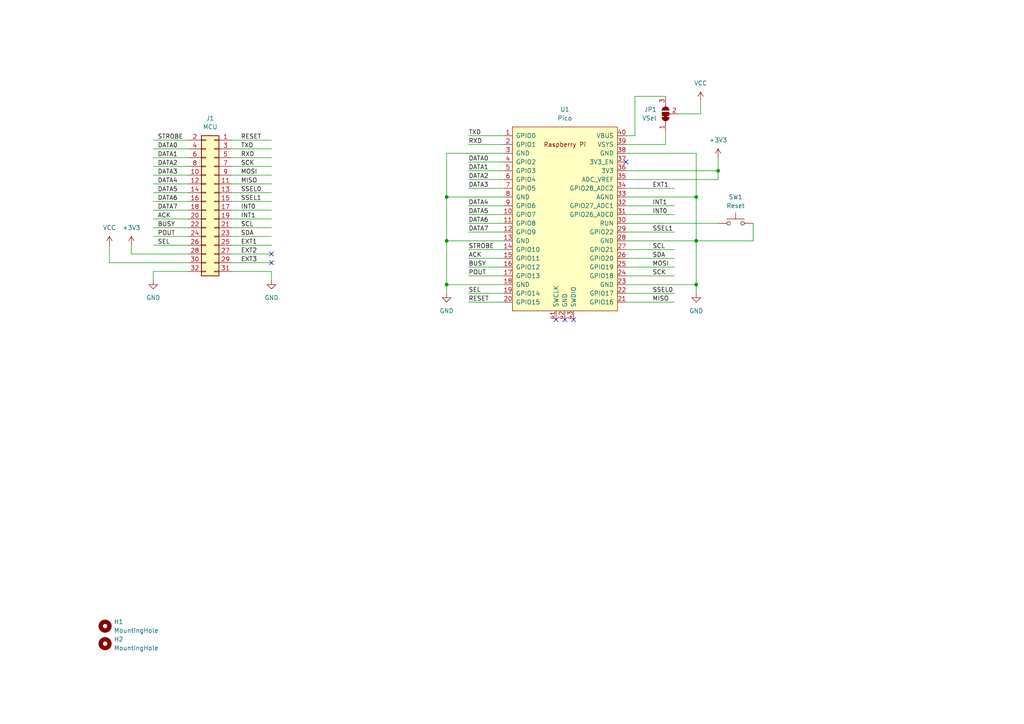
<source format=kicad_sch>
(kicad_sch (version 20211123) (generator eeschema)
  (paper "A4")
  (title_block (title "AmiParBox CPU Board Pi Pico") (date "2022-03-01") (rev "0.2"))
  (lib_symbols
    (symbol "Connector_Generic:Conn_02x16_Odd_Even" (pin_names (offset 1.016) hide)
      (property "Reference" "J" (at 1.27 20.32 0))
      (property "Value" "Conn_02x16_Odd_Even" (at 1.27 -22.86 0))
      (symbol "Conn_02x16_Odd_Even_1_1"
        (rectangle (start -1.27 -20.193) (end 0 -20.447) (stroke (width 0.1524)))
        (rectangle (start -1.27 -17.653) (end 0 -17.907) (stroke (width 0.1524)))
        (rectangle (start -1.27 -15.113) (end 0 -15.367) (stroke (width 0.1524)))
        (rectangle (start -1.27 -12.573) (end 0 -12.827) (stroke (width 0.1524)))
        (rectangle (start -1.27 -10.033) (end 0 -10.287) (stroke (width 0.1524)))
        (rectangle (start -1.27 -7.493) (end 0 -7.747) (stroke (width 0.1524)))
        (rectangle (start -1.27 -4.953) (end 0 -5.207) (stroke (width 0.1524)))
        (rectangle (start -1.27 -2.413) (end 0 -2.667) (stroke (width 0.1524)))
        (rectangle (start -1.27 0.127) (end 0 -0.127) (stroke (width 0.1524)))
        (rectangle (start -1.27 2.667) (end 0 2.413) (stroke (width 0.1524)))
        (rectangle (start -1.27 5.207) (end 0 4.953) (stroke (width 0.1524)))
        (rectangle (start -1.27 7.747) (end 0 7.493) (stroke (width 0.1524)))
        (rectangle (start -1.27 10.287) (end 0 10.033) (stroke (width 0.1524)))
        (rectangle (start -1.27 12.827) (end 0 12.573) (stroke (width 0.1524)))
        (rectangle (start -1.27 15.367) (end 0 15.113) (stroke (width 0.1524)))
        (rectangle (start -1.27 17.907) (end 0 17.653) (stroke (width 0.1524)))
        (rectangle (start -1.27 19.05) (end 3.81 -21.59) (stroke (width 0.254)) (fill (type background)))
        (rectangle (start 3.81 -20.193) (end 2.54 -20.447) (stroke (width 0.1524)))
        (rectangle (start 3.81 -17.653) (end 2.54 -17.907) (stroke (width 0.1524)))
        (rectangle (start 3.81 -15.113) (end 2.54 -15.367) (stroke (width 0.1524)))
        (rectangle (start 3.81 -12.573) (end 2.54 -12.827) (stroke (width 0.1524)))
        (rectangle (start 3.81 -10.033) (end 2.54 -10.287) (stroke (width 0.1524)))
        (rectangle (start 3.81 -7.493) (end 2.54 -7.747) (stroke (width 0.1524)))
        (rectangle (start 3.81 -4.953) (end 2.54 -5.207) (stroke (width 0.1524)))
        (rectangle (start 3.81 -2.413) (end 2.54 -2.667) (stroke (width 0.1524)))
        (rectangle (start 3.81 0.127) (end 2.54 -0.127) (stroke (width 0.1524)))
        (rectangle (start 3.81 2.667) (end 2.54 2.413) (stroke (width 0.1524)))
        (rectangle (start 3.81 5.207) (end 2.54 4.953) (stroke (width 0.1524)))
        (rectangle (start 3.81 7.747) (end 2.54 7.493) (stroke (width 0.1524)))
        (rectangle (start 3.81 10.287) (end 2.54 10.033) (stroke (width 0.1524)))
        (rectangle (start 3.81 12.827) (end 2.54 12.573) (stroke (width 0.1524)))
        (rectangle (start 3.81 15.367) (end 2.54 15.113) (stroke (width 0.1524)))
        (rectangle (start 3.81 17.907) (end 2.54 17.653) (stroke (width 0.1524)))
        (pin passive line (at -5.08 17.78 0) (length 3.81) (name "Pin_1") (number "1"))
        (pin passive line (at 7.62 7.62 180) (length 3.81) (name "Pin_10") (number "10"))
        (pin passive line (at -5.08 5.08 0) (length 3.81) (name "Pin_11") (number "11"))
        (pin passive line (at 7.62 5.08 180) (length 3.81) (name "Pin_12") (number "12"))
        (pin passive line (at -5.08 2.54 0) (length 3.81) (name "Pin_13") (number "13"))
        (pin passive line (at 7.62 2.54 180) (length 3.81) (name "Pin_14") (number "14"))
        (pin passive line (at -5.08 0 0) (length 3.81) (name "Pin_15") (number "15"))
        (pin passive line (at 7.62 0 180) (length 3.81) (name "Pin_16") (number "16"))
        (pin passive line (at -5.08 -2.54 0) (length 3.81) (name "Pin_17") (number "17"))
        (pin passive line (at 7.62 -2.54 180) (length 3.81) (name "Pin_18") (number "18"))
        (pin passive line (at -5.08 -5.08 0) (length 3.81) (name "Pin_19") (number "19"))
        (pin passive line (at 7.62 17.78 180) (length 3.81) (name "Pin_2") (number "2"))
        (pin passive line (at 7.62 -5.08 180) (length 3.81) (name "Pin_20") (number "20"))
        (pin passive line (at -5.08 -7.62 0) (length 3.81) (name "Pin_21") (number "21"))
        (pin passive line (at 7.62 -7.62 180) (length 3.81) (name "Pin_22") (number "22"))
        (pin passive line (at -5.08 -10.16 0) (length 3.81) (name "Pin_23") (number "23"))
        (pin passive line (at 7.62 -10.16 180) (length 3.81) (name "Pin_24") (number "24"))
        (pin passive line (at -5.08 -12.7 0) (length 3.81) (name "Pin_25") (number "25"))
        (pin passive line (at 7.62 -12.7 180) (length 3.81) (name "Pin_26") (number "26"))
        (pin passive line (at -5.08 -15.24 0) (length 3.81) (name "Pin_27") (number "27"))
        (pin passive line (at 7.62 -15.24 180) (length 3.81) (name "Pin_28") (number "28"))
        (pin passive line (at -5.08 -17.78 0) (length 3.81) (name "Pin_29") (number "29"))
        (pin passive line (at -5.08 15.24 0) (length 3.81) (name "Pin_3") (number "3"))
        (pin passive line (at 7.62 -17.78 180) (length 3.81) (name "Pin_30") (number "30"))
        (pin passive line (at -5.08 -20.32 0) (length 3.81) (name "Pin_31") (number "31"))
        (pin passive line (at 7.62 -20.32 180) (length 3.81) (name "Pin_32") (number "32"))
        (pin passive line (at 7.62 15.24 180) (length 3.81) (name "Pin_4") (number "4"))
        (pin passive line (at -5.08 12.7 0) (length 3.81) (name "Pin_5") (number "5"))
        (pin passive line (at 7.62 12.7 180) (length 3.81) (name "Pin_6") (number "6"))
        (pin passive line (at -5.08 10.16 0) (length 3.81) (name "Pin_7") (number "7"))
        (pin passive line (at 7.62 10.16 180) (length 3.81) (name "Pin_8") (number "8"))
        (pin passive line (at -5.08 7.62 0) (length 3.81) (name "Pin_9") (number "9"))
      )
    )
    (symbol "Jumper:SolderJumper_3_Bridged12" (pin_names (offset 0) hide)
      (property "Reference" "JP" (at -2.54 -2.54 0))
      (property "Value" "SolderJumper_3_Bridged12" (at 0 2.794 0))
      (symbol "SolderJumper_3_Bridged12_0_1"
        (rectangle (start -1.016 0.508) (end -0.508 -0.508) (fill (type outline)))
        (arc (start -1.016 1.016) (mid -2.032 0) (end -1.016 -1.016))
        (arc (start -1.016 1.016) (mid -2.032 0) (end -1.016 -1.016) (fill (type outline)))
        (rectangle (start -0.508 1.016) (end 0.508 -1.016) (fill (type outline)))
        (polyline (pts (xy -2.54 0) (xy -2.032 0)))
        (polyline (pts (xy -1.016 1.016) (xy -1.016 -1.016)))
        (polyline (pts (xy 0 -1.27) (xy 0 -1.016)))
        (polyline (pts (xy 1.016 1.016) (xy 1.016 -1.016)))
        (polyline (pts (xy 2.54 0) (xy 2.032 0)))
        (arc (start 1.016 -1.016) (mid 2.032 0) (end 1.016 1.016))
        (arc (start 1.016 -1.016) (mid 2.032 0) (end 1.016 1.016) (fill (type outline)))
      )
      (symbol "SolderJumper_3_Bridged12_1_1"
        (pin passive line (at -5.08 0 0) (length 2.54) (name "A") (number "1"))
        (pin input line (at 0 -3.81 90) (length 2.54) (name "C") (number "2"))
        (pin passive line (at 5.08 0 180) (length 2.54) (name "B") (number "3"))
      )
    )
    (symbol "MCU_RaspberryPi_and_Boards:Pico" (pin_names (offset 1.016))
      (property "Reference" "U" (at -13.97 27.94 0))
      (property "Value" "Pico" (at 0 19.05 0))
      (symbol "Pico_0_0"
        (text "Raspberry Pi" (at 0 21.59 0) (effects (font (size 1.27 1.27))))
      )
      (symbol "Pico_0_1"
        (rectangle (start -15.24 26.67) (end 15.24 -26.67) (fill (type background)))
      )
      (symbol "Pico_1_1"
        (pin bidirectional line (at -17.78 24.13 0) (length 2.54) (name "GPIO0") (number "1"))
        (pin bidirectional line (at -17.78 1.27 0) (length 2.54) (name "GPIO7") (number "10"))
        (pin bidirectional line (at -17.78 -1.27 0) (length 2.54) (name "GPIO8") (number "11"))
        (pin bidirectional line (at -17.78 -3.81 0) (length 2.54) (name "GPIO9") (number "12"))
        (pin power_in line (at -17.78 -6.35 0) (length 2.54) (name "GND") (number "13"))
        (pin bidirectional line (at -17.78 -8.89 0) (length 2.54) (name "GPIO10") (number "14"))
        (pin bidirectional line (at -17.78 -11.43 0) (length 2.54) (name "GPIO11") (number "15"))
        (pin bidirectional line (at -17.78 -13.97 0) (length 2.54) (name "GPIO12") (number "16"))
        (pin bidirectional line (at -17.78 -16.51 0) (length 2.54) (name "GPIO13") (number "17"))
        (pin power_in line (at -17.78 -19.05 0) (length 2.54) (name "GND") (number "18"))
        (pin bidirectional line (at -17.78 -21.59 0) (length 2.54) (name "GPIO14") (number "19"))
        (pin bidirectional line (at -17.78 21.59 0) (length 2.54) (name "GPIO1") (number "2"))
        (pin bidirectional line (at -17.78 -24.13 0) (length 2.54) (name "GPIO15") (number "20"))
        (pin bidirectional line (at 17.78 -24.13 180) (length 2.54) (name "GPIO16") (number "21"))
        (pin bidirectional line (at 17.78 -21.59 180) (length 2.54) (name "GPIO17") (number "22"))
        (pin power_in line (at 17.78 -19.05 180) (length 2.54) (name "GND") (number "23"))
        (pin bidirectional line (at 17.78 -16.51 180) (length 2.54) (name "GPIO18") (number "24"))
        (pin bidirectional line (at 17.78 -13.97 180) (length 2.54) (name "GPIO19") (number "25"))
        (pin bidirectional line (at 17.78 -11.43 180) (length 2.54) (name "GPIO20") (number "26"))
        (pin bidirectional line (at 17.78 -8.89 180) (length 2.54) (name "GPIO21") (number "27"))
        (pin power_in line (at 17.78 -6.35 180) (length 2.54) (name "GND") (number "28"))
        (pin bidirectional line (at 17.78 -3.81 180) (length 2.54) (name "GPIO22") (number "29"))
        (pin power_in line (at -17.78 19.05 0) (length 2.54) (name "GND") (number "3"))
        (pin input line (at 17.78 -1.27 180) (length 2.54) (name "RUN") (number "30"))
        (pin bidirectional line (at 17.78 1.27 180) (length 2.54) (name "GPIO26_ADC0") (number "31"))
        (pin bidirectional line (at 17.78 3.81 180) (length 2.54) (name "GPIO27_ADC1") (number "32"))
        (pin power_in line (at 17.78 6.35 180) (length 2.54) (name "AGND") (number "33"))
        (pin bidirectional line (at 17.78 8.89 180) (length 2.54) (name "GPIO28_ADC2") (number "34"))
        (pin unspecified line (at 17.78 11.43 180) (length 2.54) (name "ADC_VREF") (number "35"))
        (pin unspecified line (at 17.78 13.97 180) (length 2.54) (name "3V3") (number "36"))
        (pin input line (at 17.78 16.51 180) (length 2.54) (name "3V3_EN") (number "37"))
        (pin bidirectional line (at 17.78 19.05 180) (length 2.54) (name "GND") (number "38"))
        (pin unspecified line (at 17.78 21.59 180) (length 2.54) (name "VSYS") (number "39"))
        (pin bidirectional line (at -17.78 16.51 0) (length 2.54) (name "GPIO2") (number "4"))
        (pin unspecified line (at 17.78 24.13 180) (length 2.54) (name "VBUS") (number "40"))
        (pin input line (at -2.54 -29.21 90) (length 2.54) (name "SWCLK") (number "41"))
        (pin power_in line (at 0 -29.21 90) (length 2.54) (name "GND") (number "42"))
        (pin bidirectional line (at 2.54 -29.21 90) (length 2.54) (name "SWDIO") (number "43"))
        (pin bidirectional line (at -17.78 13.97 0) (length 2.54) (name "GPIO3") (number "5"))
        (pin bidirectional line (at -17.78 11.43 0) (length 2.54) (name "GPIO4") (number "6"))
        (pin bidirectional line (at -17.78 8.89 0) (length 2.54) (name "GPIO5") (number "7"))
        (pin power_in line (at -17.78 6.35 0) (length 2.54) (name "GND") (number "8"))
        (pin bidirectional line (at -17.78 3.81 0) (length 2.54) (name "GPIO6") (number "9"))
      )
    )
    (symbol "Mechanical:MountingHole" (pin_names (offset 1.016))
      (property "Reference" "H" (at 0 5.08 0))
      (property "Value" "MountingHole" (at 0 3.175 0))
      (symbol "MountingHole_0_1"
        (circle (center 0 0) (radius 1.27) (stroke (width 1.27)))
      )
    )
    (symbol "Switch:SW_Push" (pin_numbers hide) (pin_names (offset 1.016) hide)
      (property "Reference" "SW" (at 1.27 2.54 0))
      (property "Value" "SW_Push" (at 0 -1.524 0))
      (symbol "SW_Push_0_1"
        (circle (center -2.032 0) (radius 0.508))
        (polyline (pts (xy 0 1.27) (xy 0 3.048)))
        (polyline (pts (xy 2.54 1.27) (xy -2.54 1.27)))
        (circle (center 2.032 0) (radius 0.508))
        (pin passive line (at -5.08 0 0) (length 2.54) (name "1") (number "1"))
        (pin passive line (at 5.08 0 180) (length 2.54) (name "2") (number "2"))
      )
    )
    (symbol "power:+3.3V" (power) (pin_names (offset 0))
      (property "Value" "+3.3V" (at 0 3.556 0))
      (symbol "+3.3V_0_1"
        (polyline (pts (xy -0.762 1.27) (xy 0 2.54)))
        (polyline (pts (xy 0 0) (xy 0 2.54)))
        (polyline (pts (xy 0 2.54) (xy 0.762 1.27)))
      )
      (symbol "+3.3V_1_1"
        (pin power_in line (at 0 0 90) (length 0) hide (name "+3V3") (number "1"))
      )
    )
    (symbol "power:GND" (power) (pin_names (offset 0))
      (property "Value" "GND" (at 0 -3.81 0))
      (symbol "GND_0_1"
        (polyline (pts (xy 0 0) (xy 0 -1.27) (xy 1.27 -1.27) (xy 0 -2.54) (xy -1.27 -1.27) (xy 0 -1.27)))
      )
      (symbol "GND_1_1"
        (pin power_in line (at 0 0 270) (length 0) hide (name "GND") (number "1"))
      )
    )
    (symbol "power:VCC" (power) (pin_names (offset 0))
      (property "Value" "VCC" (at 0 3.81 0))
      (symbol "VCC_0_1"
        (polyline (pts (xy -0.762 1.27) (xy 0 2.54)))
        (polyline (pts (xy 0 0) (xy 0 2.54)))
        (polyline (pts (xy 0 2.54) (xy 0.762 1.27)))
      )
      (symbol "VCC_1_1"
        (pin power_in line (at 0 0 90) (length 0) hide (name "VCC") (number "1"))
      )
    )
  )
  (junction (at 201.93 69.85))
  (junction (at 208.28 49.53))
  (junction (at 129.54 82.55))
  (junction (at 201.93 57.15))
  (junction (at 201.93 82.55))
  (junction (at 129.54 57.15))
  (junction (at 129.54 69.85))
  (no_connect (at 78.74 73.66))
  (no_connect (at 78.74 76.2))
  (no_connect (at 181.61 46.99))
  (no_connect (at 161.29 92.71))
  (no_connect (at 163.83 92.71))
  (no_connect (at 166.37 92.71))
  (wire (pts (xy 135.89 49.53) (xy 146.05 49.53)))
  (wire (pts (xy 181.61 87.63) (xy 195.58 87.63)))
  (wire (pts (xy 44.45 50.8) (xy 54.61 50.8)))
  (wire (pts (xy 135.89 67.31) (xy 146.05 67.31)))
  (wire (pts (xy 201.93 44.45) (xy 201.93 57.15)))
  (wire (pts (xy 135.89 39.37) (xy 146.05 39.37)))
  (wire (pts (xy 218.44 69.85) (xy 201.93 69.85)))
  (wire (pts (xy 44.45 45.72) (xy 54.61 45.72)))
  (wire (pts (xy 67.31 40.64) (xy 78.74 40.64)))
  (wire (pts (xy 135.89 59.69) (xy 146.05 59.69)))
  (wire (pts (xy 181.61 39.37) (xy 184.15 39.37)))
  (wire (pts (xy 181.61 77.47) (xy 195.58 77.47)))
  (wire (pts (xy 135.89 77.47) (xy 146.05 77.47)))
  (wire (pts (xy 135.89 54.61) (xy 146.05 54.61)))
  (wire (pts (xy 193.04 41.91) (xy 193.04 38.1)))
  (wire (pts (xy 67.31 58.42) (xy 78.74 58.42)))
  (wire (pts (xy 67.31 50.8) (xy 78.74 50.8)))
  (wire (pts (xy 208.28 45.72) (xy 208.28 49.53)))
  (wire (pts (xy 44.45 71.12) (xy 54.61 71.12)))
  (wire (pts (xy 67.31 43.18) (xy 78.74 43.18)))
  (wire (pts (xy 31.75 76.2) (xy 54.61 76.2)))
  (wire (pts (xy 67.31 48.26) (xy 78.74 48.26)))
  (wire (pts (xy 181.61 49.53) (xy 208.28 49.53)))
  (wire (pts (xy 44.45 58.42) (xy 54.61 58.42)))
  (wire (pts (xy 129.54 57.15) (xy 129.54 69.85)))
  (wire (pts (xy 135.89 80.01) (xy 146.05 80.01)))
  (wire (pts (xy 129.54 69.85) (xy 146.05 69.85)))
  (wire (pts (xy 67.31 68.58) (xy 78.74 68.58)))
  (wire (pts (xy 44.45 66.04) (xy 54.61 66.04)))
  (wire (pts (xy 67.31 71.12) (xy 78.74 71.12)))
  (wire (pts (xy 196.85 33.02) (xy 203.2 33.02)))
  (wire (pts (xy 67.31 76.2) (xy 78.74 76.2)))
  (wire (pts (xy 129.54 57.15) (xy 146.05 57.15)))
  (wire (pts (xy 44.45 40.64) (xy 54.61 40.64)))
  (wire (pts (xy 184.15 39.37) (xy 184.15 27.94)))
  (wire (pts (xy 135.89 62.23) (xy 146.05 62.23)))
  (wire (pts (xy 129.54 82.55) (xy 129.54 85.09)))
  (wire (pts (xy 181.61 44.45) (xy 201.93 44.45)))
  (wire (pts (xy 129.54 44.45) (xy 146.05 44.45)))
  (wire (pts (xy 129.54 44.45) (xy 129.54 57.15)))
  (wire (pts (xy 181.61 67.31) (xy 195.58 67.31)))
  (wire (pts (xy 44.45 68.58) (xy 54.61 68.58)))
  (wire (pts (xy 181.61 69.85) (xy 201.93 69.85)))
  (wire (pts (xy 67.31 55.88) (xy 78.74 55.88)))
  (wire (pts (xy 203.2 29.21) (xy 203.2 33.02)))
  (wire (pts (xy 181.61 54.61) (xy 195.58 54.61)))
  (wire (pts (xy 181.61 52.07) (xy 208.28 52.07)))
  (wire (pts (xy 135.89 87.63) (xy 146.05 87.63)))
  (wire (pts (xy 67.31 78.74) (xy 78.74 78.74)))
  (wire (pts (xy 78.74 78.74) (xy 78.74 81.28)))
  (wire (pts (xy 181.61 57.15) (xy 201.93 57.15)))
  (wire (pts (xy 44.45 48.26) (xy 54.61 48.26)))
  (wire (pts (xy 67.31 73.66) (xy 78.74 73.66)))
  (wire (pts (xy 44.45 60.96) (xy 54.61 60.96)))
  (wire (pts (xy 44.45 55.88) (xy 54.61 55.88)))
  (wire (pts (xy 135.89 85.09) (xy 146.05 85.09)))
  (wire (pts (xy 181.61 82.55) (xy 201.93 82.55)))
  (wire (pts (xy 67.31 63.5) (xy 78.74 63.5)))
  (wire (pts (xy 44.45 43.18) (xy 54.61 43.18)))
  (wire (pts (xy 67.31 66.04) (xy 78.74 66.04)))
  (wire (pts (xy 218.44 64.77) (xy 218.44 69.85)))
  (wire (pts (xy 201.93 57.15) (xy 201.93 69.85)))
  (wire (pts (xy 135.89 74.93) (xy 146.05 74.93)))
  (wire (pts (xy 44.45 78.74) (xy 44.45 81.28)))
  (wire (pts (xy 67.31 53.34) (xy 78.74 53.34)))
  (wire (pts (xy 44.45 53.34) (xy 54.61 53.34)))
  (wire (pts (xy 38.1 73.66) (xy 54.61 73.66)))
  (wire (pts (xy 181.61 62.23) (xy 195.58 62.23)))
  (wire (pts (xy 135.89 46.99) (xy 146.05 46.99)))
  (wire (pts (xy 184.15 27.94) (xy 193.04 27.94)))
  (wire (pts (xy 135.89 64.77) (xy 146.05 64.77)))
  (wire (pts (xy 135.89 72.39) (xy 146.05 72.39)))
  (wire (pts (xy 201.93 69.85) (xy 201.93 82.55)))
  (wire (pts (xy 129.54 69.85) (xy 129.54 82.55)))
  (wire (pts (xy 208.28 52.07) (xy 208.28 49.53)))
  (wire (pts (xy 129.54 82.55) (xy 146.05 82.55)))
  (wire (pts (xy 201.93 82.55) (xy 201.93 85.09)))
  (wire (pts (xy 67.31 60.96) (xy 78.74 60.96)))
  (wire (pts (xy 181.61 41.91) (xy 193.04 41.91)))
  (wire (pts (xy 181.61 59.69) (xy 195.58 59.69)))
  (wire (pts (xy 181.61 64.77) (xy 208.28 64.77)))
  (wire (pts (xy 44.45 63.5) (xy 54.61 63.5)))
  (wire (pts (xy 181.61 85.09) (xy 195.58 85.09)))
  (wire (pts (xy 67.31 45.72) (xy 78.74 45.72)))
  (wire (pts (xy 181.61 72.39) (xy 195.58 72.39)))
  (wire (pts (xy 135.89 52.07) (xy 146.05 52.07)))
  (wire (pts (xy 135.89 41.91) (xy 146.05 41.91)))
  (wire (pts (xy 44.45 78.74) (xy 54.61 78.74)))
  (wire (pts (xy 181.61 74.93) (xy 195.58 74.93)))
  (wire (pts (xy 38.1 71.12) (xy 38.1 73.66)))
  (wire (pts (xy 31.75 71.12) (xy 31.75 76.2)))
  (wire (pts (xy 181.61 80.01) (xy 195.58 80.01)))
  (label "DATA4" (at 45.72 53.34 0))
  (label "DATA2" (at 45.72 48.26 0))
  (label "DATA1" (at 135.89 49.53 0))
  (label "STROBE" (at 45.72 40.64 0))
  (label "MOSI" (at 189.23 77.47 0))
  (label "RXD" (at 69.85 45.72 0))
  (label "INT0" (at 189.26 62.23 0))
  (label "INT0" (at 69.85 60.96 0))
  (label "POUT" (at 135.89 80.01 0))
  (label "MISO" (at 189.23 87.63 0))
  (label "MISO" (at 69.85 53.34 0))
  (label "SSEL1" (at 189.23 67.31 0))
  (label "DATA5" (at 135.89 62.23 0))
  (label "DATA1" (at 45.72 45.72 0))
  (label "ACK" (at 135.89 74.93 0))
  (label "SDA" (at 189.23 74.93 0))
  (label "DATA5" (at 45.72 55.88 0))
  (label "INT1" (at 189.23 59.69 0))
  (label "DATA6" (at 135.89 64.77 0))
  (label "SEL" (at 45.72 71.12 0))
  (label "SCL" (at 69.85 66.04 0))
  (label "INT1" (at 69.85 63.5 0))
  (label "SCK" (at 189.23 80.01 0))
  (label "SCL" (at 189.23 72.39 0))
  (label "SSEL1" (at 69.85 58.42 0))
  (label "EXT1" (at 189.23 54.61 0))
  (label "EXT1" (at 69.85 71.12 0))
  (label "TXD" (at 135.89 39.37 0))
  (label "RESET" (at 69.85 40.64 0))
  (label "DATA4" (at 135.89 59.69 0))
  (label "RXD" (at 135.89 41.91 0))
  (label "DATA7" (at 45.72 60.96 0))
  (label "POUT" (at 45.72 68.58 0))
  (label "SSEL0" (at 69.85 55.88 0))
  (label "EXT3" (at 69.85 76.2 0))
  (label "ACK" (at 45.72 63.5 0))
  (label "TXD" (at 69.85 43.18 0))
  (label "STROBE" (at 135.89 72.39 0))
  (label "BUSY" (at 45.72 66.04 0))
  (label "MOSI" (at 69.85 50.8 0))
  (label "SSEL0" (at 189.23 85.09 0))
  (label "BUSY" (at 135.89 77.47 0))
  (label "DATA3" (at 135.89 54.61 0))
  (label "SCK" (at 69.85 48.26 0))
  (label "SDA" (at 69.85 68.58 0))
  (label "DATA7" (at 135.89 67.31 0))
  (label "DATA6" (at 45.72 58.42 0))
  (label "DATA0" (at 135.89 46.99 0))
  (label "SEL" (at 135.89 85.09 0))
  (label "EXT2" (at 69.85 73.66 0))
  (label "DATA3" (at 45.72 50.8 0))
  (label "DATA2" (at 135.89 52.07 0))
  (label "RESET" (at 135.89 87.63 0))
  (label "DATA0" (at 45.72 43.18 0))
  (symbol (lib_id "power:+3.3V") (at 38.1 71.12 0) (unit 1)
    (property "Reference" "#PWR02" (effects hide))
    (property "Value" "+3.3V" (at 38.1 66.04 0))
  )
  (symbol (lib_id "Connector_Generic:Conn_02x16_Odd_Even") (at 62.23 58.42 0) (mirror y) (unit 1)
    (property "Reference" "J1" (at 60.96 34.29 0))
    (property "Value" "MCU" (at 60.96 36.83 0))
    (property "Footprint" "Connector_PinHeader_2.54mm:PinHeader_2x16_P2.54mm_Vertical" (effects hide))
  )
  (symbol (lib_id "power:GND") (at 44.45 81.28 0) (unit 1)
    (property "Reference" "#PWR03" (effects hide))
    (property "Value" "GND" (at 44.45 86.36 0))
  )
  (symbol (lib_id "Switch:SW_Push") (at 213.36 64.77 0) (unit 1)
    (property "Reference" "SW1" (at 213.36 57.15 0))
    (property "Value" "Reset" (at 213.36 59.69 0))
    (property "Footprint" "Button_Switch_THT:SW_PUSH_6mm" (effects hide))
  )
  (symbol (lib_id "power:VCC") (at 31.75 71.12 0) (unit 1)
    (property "Reference" "#PWR01" (effects hide))
    (property "Value" "VCC" (at 31.75 66.04 0))
  )
  (symbol (lib_id "MCU_RaspberryPi_and_Boards:Pico") (at 163.83 63.5 0) (unit 1)
    (property "Reference" "U1" (at 163.83 31.75 0))
    (property "Value" "Pico" (at 163.83 34.29 0))
    (property "Footprint" "MCU_RaspberryPi_and_Boards:RPi_Pico_SMD_TH" (effects hide))
  )
  (symbol (lib_id "power:+3.3V") (at 208.28 45.72 0) (unit 1)
    (property "Reference" "#PWR08" (effects hide))
    (property "Value" "+3.3V" (at 208.28 40.64 0))
  )
  (symbol (lib_id "power:GND") (at 201.93 85.09 0) (unit 1)
    (property "Reference" "#PWR06" (effects hide))
    (property "Value" "GND" (at 201.93 90.17 0))
  )
  (symbol (lib_id "power:VCC") (at 203.2 29.21 0) (unit 1)
    (property "Reference" "#PWR07" (effects hide))
    (property "Value" "VCC" (at 203.2 24.13 0))
  )
  (symbol (lib_id "power:GND") (at 78.74 81.28 0) (unit 1)
    (property "Reference" "#PWR04" (effects hide))
    (property "Value" "GND" (at 78.74 86.36 0))
  )
  (symbol (lib_id "Mechanical:MountingHole") (at 30.48 181.61 0) (unit 1)
    (property "Reference" "H1" (at 33.02 180.3399 0) (effects (justify left)))
    (property "Value" "MountingHole" (at 33.02 182.8799 0) (effects (justify left)))
    (property "Footprint" "MountingHole:MountingHole_3.2mm_M3_Pad" (effects hide))
  )
  (symbol (lib_id "Jumper:SolderJumper_3_Bridged12") (at 193.04 33.02 90) (unit 1)
    (property "Reference" "JP1" (at 190.5 31.7499 90) (effects (justify left)))
    (property "Value" "VSel" (at 190.5 34.2899 90) (effects (justify left)))
    (property "Footprint" "Jumper:SolderJumper-3_P1.3mm_Bridged2Bar12_Pad1.0x1.5mm" (effects hide))
  )
  (symbol (lib_id "power:GND") (at 129.54 85.09 0) (unit 1)
    (property "Reference" "#PWR05" (effects hide))
    (property "Value" "GND" (at 129.54 90.17 0))
  )
  (symbol (lib_id "Mechanical:MountingHole") (at 30.48 186.69 0) (unit 1)
    (property "Reference" "H2" (at 33.02 185.4199 0) (effects (justify left)))
    (property "Value" "MountingHole" (at 33.02 187.9599 0) (effects (justify left)))
    (property "Footprint" "MountingHole:MountingHole_3.2mm_M3_Pad" (effects hide))
  )
)
</source>
